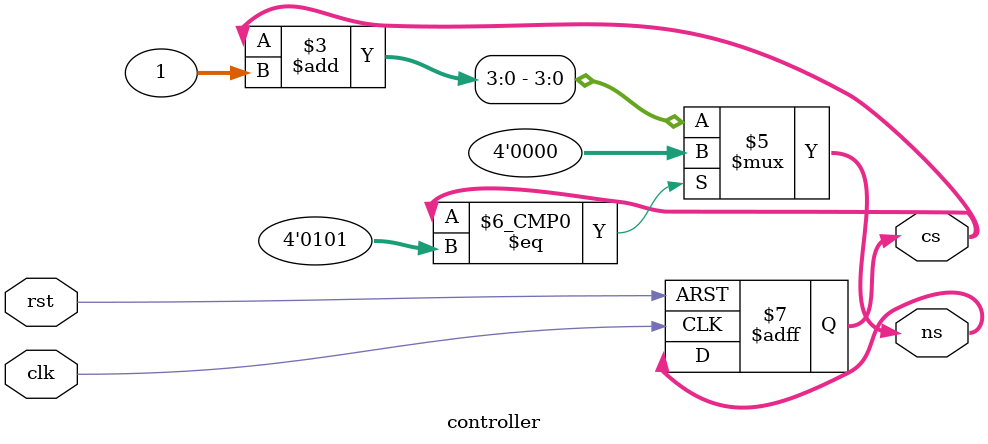
<source format=v>
`timescale 1ns / 1ps
`define S0 4'd0
`define S1 4'd1
`define S2 4'd2
`define S3 4'd3
`define S4 4'd4
`define S5 4'd5

module controller(
    output reg [3:0] cs, ns,
    input clk, rst
    );
    
    always @ (posedge clk or posedge rst) begin
        if(rst)
            cs <= `S0;
            // Do we reset 'ns' also?
        else
            cs <= ns;
    end
    
    always @ (*) begin
        case(cs)
            `S5 : ns = `S0;
            default : ns = (cs + 1); 
        endcase
    end
    
endmodule

</source>
